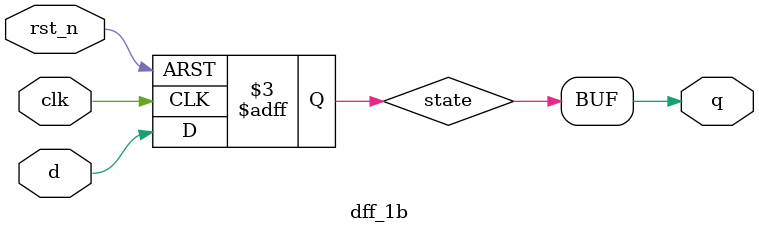
<source format=sv>
module dff_1b(
	input 	d,
	input 	clk,
	input 	rst_n,
	output 	q
);

	reg		state;
	assign q = state;
	
	always_ff @ (posedge clk or negedge rst_n)
		if (!rst_n)
			state <= 1'b0;
		else 
			state <= d;

endmodule

</source>
